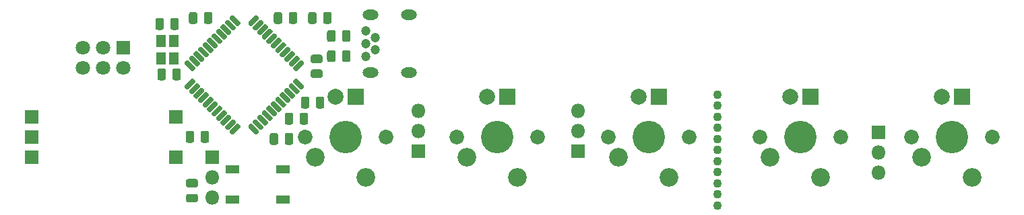
<source format=gbr>
%TF.GenerationSoftware,KiCad,Pcbnew,(5.1.6)-1*%
%TF.CreationDate,2021-04-28T13:43:36-05:00*%
%TF.ProjectId,Pikatea Macropad GB3,50696b61-7465-4612-904d-6163726f7061,rev?*%
%TF.SameCoordinates,Original*%
%TF.FileFunction,Soldermask,Top*%
%TF.FilePolarity,Negative*%
%FSLAX46Y46*%
G04 Gerber Fmt 4.6, Leading zero omitted, Abs format (unit mm)*
G04 Created by KiCad (PCBNEW (5.1.6)-1) date 2021-04-28 13:43:36*
%MOMM*%
%LPD*%
G01*
G04 APERTURE LIST*
%ADD10C,1.800000*%
%ADD11R,1.800000X1.800000*%
%ADD12O,1.800000X1.800000*%
%ADD13C,1.100000*%
%ADD14R,1.800000X1.100000*%
%ADD15C,1.850000*%
%ADD16R,2.005000X2.005000*%
%ADD17C,2.005000*%
%ADD18C,2.350000*%
%ADD19C,4.087800*%
%ADD20O,2.000000X1.300000*%
%ADD21C,1.200000*%
%ADD22R,1.300000X1.500000*%
G04 APERTURE END LIST*
D10*
%TO.C,J1*%
X97810000Y-96240000D03*
X97810000Y-93700000D03*
X100350000Y-96240000D03*
X100350000Y-93700000D03*
X102890000Y-96240000D03*
D11*
X102890000Y-93700000D03*
%TD*%
D12*
%TO.C,J7*%
X160000000Y-101620000D03*
X160000000Y-104160000D03*
D11*
X160000000Y-106700000D03*
%TD*%
D12*
%TO.C,J3*%
X140000000Y-101620000D03*
X140000000Y-104160000D03*
D11*
X140000000Y-106700000D03*
%TD*%
D13*
%TO.C,J6*%
X177580000Y-113550000D03*
X177580000Y-112150000D03*
X177580000Y-110750000D03*
X177580000Y-109350000D03*
X177580000Y-107950000D03*
X177580000Y-103750000D03*
X177580000Y-105150000D03*
X177580000Y-106550000D03*
X177580000Y-102350000D03*
X177580000Y-100950000D03*
X177580000Y-99550000D03*
%TD*%
D14*
%TO.C,SW1*%
X122936000Y-112766000D03*
X116636000Y-112766000D03*
X122936000Y-108966000D03*
X116636000Y-108966000D03*
%TD*%
D15*
%TO.C,MX5*%
X212130000Y-104920000D03*
X201970000Y-104920000D03*
D16*
X208320000Y-99840000D03*
D17*
X205780000Y-99840000D03*
D18*
X203240000Y-107460000D03*
D19*
X207050000Y-104920000D03*
D18*
X209590000Y-110000000D03*
%TD*%
D15*
%TO.C,MX4*%
X193080000Y-104920000D03*
X182920000Y-104920000D03*
D16*
X189270000Y-99840000D03*
D17*
X186730000Y-99840000D03*
D18*
X184190000Y-107460000D03*
D19*
X188000000Y-104920000D03*
D18*
X190540000Y-110000000D03*
%TD*%
D15*
%TO.C,MX3*%
X174030000Y-104920000D03*
X163870000Y-104920000D03*
D16*
X170220000Y-99840000D03*
D17*
X167680000Y-99840000D03*
D18*
X165140000Y-107460000D03*
D19*
X168950000Y-104920000D03*
D18*
X171490000Y-110000000D03*
%TD*%
D15*
%TO.C,MX2*%
X154980000Y-104920000D03*
X144820000Y-104920000D03*
D16*
X151170000Y-99840000D03*
D17*
X148630000Y-99840000D03*
D18*
X146090000Y-107460000D03*
D19*
X149900000Y-104920000D03*
D18*
X152440000Y-110000000D03*
%TD*%
D15*
%TO.C,MX1*%
X135930000Y-104920000D03*
X125770000Y-104920000D03*
D16*
X132120000Y-99840000D03*
D17*
X129580000Y-99840000D03*
D18*
X127040000Y-107460000D03*
D19*
X130850000Y-104920000D03*
D18*
X133390000Y-110000000D03*
%TD*%
D20*
%TO.C,J2*%
X133960000Y-89510000D03*
X133960000Y-96810000D03*
D21*
X133360000Y-94760000D03*
X134560000Y-93960000D03*
X133360000Y-93160000D03*
X134560000Y-92360000D03*
X133360000Y-91560000D03*
D20*
X138780000Y-96810000D03*
X138780000Y-89510000D03*
%TD*%
D22*
%TO.C,X1*%
X107620000Y-94996000D03*
X107620000Y-92796000D03*
X109220000Y-92796000D03*
X109220000Y-94996000D03*
%TD*%
%TO.C,R5*%
G36*
G01*
X129562500Y-94248750D02*
X129562500Y-95211250D01*
G75*
G02*
X129293750Y-95480000I-268750J0D01*
G01*
X128756250Y-95480000D01*
G75*
G02*
X128487500Y-95211250I0J268750D01*
G01*
X128487500Y-94248750D01*
G75*
G02*
X128756250Y-93980000I268750J0D01*
G01*
X129293750Y-93980000D01*
G75*
G02*
X129562500Y-94248750I0J-268750D01*
G01*
G37*
G36*
G01*
X131437500Y-94248750D02*
X131437500Y-95211250D01*
G75*
G02*
X131168750Y-95480000I-268750J0D01*
G01*
X130631250Y-95480000D01*
G75*
G02*
X130362500Y-95211250I0J268750D01*
G01*
X130362500Y-94248750D01*
G75*
G02*
X130631250Y-93980000I268750J0D01*
G01*
X131168750Y-93980000D01*
G75*
G02*
X131437500Y-94248750I0J-268750D01*
G01*
G37*
%TD*%
%TO.C,R4*%
G36*
G01*
X129562500Y-91708750D02*
X129562500Y-92671250D01*
G75*
G02*
X129293750Y-92940000I-268750J0D01*
G01*
X128756250Y-92940000D01*
G75*
G02*
X128487500Y-92671250I0J268750D01*
G01*
X128487500Y-91708750D01*
G75*
G02*
X128756250Y-91440000I268750J0D01*
G01*
X129293750Y-91440000D01*
G75*
G02*
X129562500Y-91708750I0J-268750D01*
G01*
G37*
G36*
G01*
X131437500Y-91708750D02*
X131437500Y-92671250D01*
G75*
G02*
X131168750Y-92940000I-268750J0D01*
G01*
X130631250Y-92940000D01*
G75*
G02*
X130362500Y-92671250I0J268750D01*
G01*
X130362500Y-91708750D01*
G75*
G02*
X130631250Y-91440000I268750J0D01*
G01*
X131168750Y-91440000D01*
G75*
G02*
X131437500Y-91708750I0J-268750D01*
G01*
G37*
%TD*%
%TO.C,R3*%
G36*
G01*
X111024750Y-112081500D02*
X111987250Y-112081500D01*
G75*
G02*
X112256000Y-112350250I0J-268750D01*
G01*
X112256000Y-112887750D01*
G75*
G02*
X111987250Y-113156500I-268750J0D01*
G01*
X111024750Y-113156500D01*
G75*
G02*
X110756000Y-112887750I0J268750D01*
G01*
X110756000Y-112350250D01*
G75*
G02*
X111024750Y-112081500I268750J0D01*
G01*
G37*
G36*
G01*
X111024750Y-110206500D02*
X111987250Y-110206500D01*
G75*
G02*
X112256000Y-110475250I0J-268750D01*
G01*
X112256000Y-111012750D01*
G75*
G02*
X111987250Y-111281500I-268750J0D01*
G01*
X111024750Y-111281500D01*
G75*
G02*
X110756000Y-111012750I0J268750D01*
G01*
X110756000Y-110475250D01*
G75*
G02*
X111024750Y-110206500I268750J0D01*
G01*
G37*
%TD*%
D12*
%TO.C,J4*%
X114046000Y-112522000D03*
X114046000Y-109982000D03*
D11*
X114046000Y-107442000D03*
%TD*%
%TO.C,C10*%
G36*
G01*
X125035500Y-103097250D02*
X125035500Y-102134750D01*
G75*
G02*
X125304250Y-101866000I268750J0D01*
G01*
X125841750Y-101866000D01*
G75*
G02*
X126110500Y-102134750I0J-268750D01*
G01*
X126110500Y-103097250D01*
G75*
G02*
X125841750Y-103366000I-268750J0D01*
G01*
X125304250Y-103366000D01*
G75*
G02*
X125035500Y-103097250I0J268750D01*
G01*
G37*
G36*
G01*
X123160500Y-103097250D02*
X123160500Y-102134750D01*
G75*
G02*
X123429250Y-101866000I268750J0D01*
G01*
X123966750Y-101866000D01*
G75*
G02*
X124235500Y-102134750I0J-268750D01*
G01*
X124235500Y-103097250D01*
G75*
G02*
X123966750Y-103366000I-268750J0D01*
G01*
X123429250Y-103366000D01*
G75*
G02*
X123160500Y-103097250I0J268750D01*
G01*
G37*
%TD*%
%TO.C,C9*%
G36*
G01*
X127986500Y-90397250D02*
X127986500Y-89434750D01*
G75*
G02*
X128255250Y-89166000I268750J0D01*
G01*
X128792750Y-89166000D01*
G75*
G02*
X129061500Y-89434750I0J-268750D01*
G01*
X129061500Y-90397250D01*
G75*
G02*
X128792750Y-90666000I-268750J0D01*
G01*
X128255250Y-90666000D01*
G75*
G02*
X127986500Y-90397250I0J268750D01*
G01*
G37*
G36*
G01*
X126111500Y-90397250D02*
X126111500Y-89434750D01*
G75*
G02*
X126380250Y-89166000I268750J0D01*
G01*
X126917750Y-89166000D01*
G75*
G02*
X127186500Y-89434750I0J-268750D01*
G01*
X127186500Y-90397250D01*
G75*
G02*
X126917750Y-90666000I-268750J0D01*
G01*
X126380250Y-90666000D01*
G75*
G02*
X126111500Y-90397250I0J268750D01*
G01*
G37*
%TD*%
%TO.C,C8*%
G36*
G01*
X108779500Y-91159250D02*
X108779500Y-90196750D01*
G75*
G02*
X109048250Y-89928000I268750J0D01*
G01*
X109585750Y-89928000D01*
G75*
G02*
X109854500Y-90196750I0J-268750D01*
G01*
X109854500Y-91159250D01*
G75*
G02*
X109585750Y-91428000I-268750J0D01*
G01*
X109048250Y-91428000D01*
G75*
G02*
X108779500Y-91159250I0J268750D01*
G01*
G37*
G36*
G01*
X106904500Y-91159250D02*
X106904500Y-90196750D01*
G75*
G02*
X107173250Y-89928000I268750J0D01*
G01*
X107710750Y-89928000D01*
G75*
G02*
X107979500Y-90196750I0J-268750D01*
G01*
X107979500Y-91159250D01*
G75*
G02*
X107710750Y-91428000I-268750J0D01*
G01*
X107173250Y-91428000D01*
G75*
G02*
X106904500Y-91159250I0J268750D01*
G01*
G37*
%TD*%
%TO.C,C7*%
G36*
G01*
X108233500Y-96546750D02*
X108233500Y-97509250D01*
G75*
G02*
X107964750Y-97778000I-268750J0D01*
G01*
X107427250Y-97778000D01*
G75*
G02*
X107158500Y-97509250I0J268750D01*
G01*
X107158500Y-96546750D01*
G75*
G02*
X107427250Y-96278000I268750J0D01*
G01*
X107964750Y-96278000D01*
G75*
G02*
X108233500Y-96546750I0J-268750D01*
G01*
G37*
G36*
G01*
X110108500Y-96546750D02*
X110108500Y-97509250D01*
G75*
G02*
X109839750Y-97778000I-268750J0D01*
G01*
X109302250Y-97778000D01*
G75*
G02*
X109033500Y-97509250I0J268750D01*
G01*
X109033500Y-96546750D01*
G75*
G02*
X109302250Y-96278000I268750J0D01*
G01*
X109839750Y-96278000D01*
G75*
G02*
X110108500Y-96546750I0J-268750D01*
G01*
G37*
%TD*%
%TO.C,C6*%
G36*
G01*
X126698750Y-96407500D02*
X127661250Y-96407500D01*
G75*
G02*
X127930000Y-96676250I0J-268750D01*
G01*
X127930000Y-97213750D01*
G75*
G02*
X127661250Y-97482500I-268750J0D01*
G01*
X126698750Y-97482500D01*
G75*
G02*
X126430000Y-97213750I0J268750D01*
G01*
X126430000Y-96676250D01*
G75*
G02*
X126698750Y-96407500I268750J0D01*
G01*
G37*
G36*
G01*
X126698750Y-94532500D02*
X127661250Y-94532500D01*
G75*
G02*
X127930000Y-94801250I0J-268750D01*
G01*
X127930000Y-95338750D01*
G75*
G02*
X127661250Y-95607500I-268750J0D01*
G01*
X126698750Y-95607500D01*
G75*
G02*
X126430000Y-95338750I0J268750D01*
G01*
X126430000Y-94801250D01*
G75*
G02*
X126698750Y-94532500I268750J0D01*
G01*
G37*
%TD*%
%TO.C,C5*%
G36*
G01*
X123160500Y-105637250D02*
X123160500Y-104674750D01*
G75*
G02*
X123429250Y-104406000I268750J0D01*
G01*
X123966750Y-104406000D01*
G75*
G02*
X124235500Y-104674750I0J-268750D01*
G01*
X124235500Y-105637250D01*
G75*
G02*
X123966750Y-105906000I-268750J0D01*
G01*
X123429250Y-105906000D01*
G75*
G02*
X123160500Y-105637250I0J268750D01*
G01*
G37*
G36*
G01*
X121285500Y-105637250D02*
X121285500Y-104674750D01*
G75*
G02*
X121554250Y-104406000I268750J0D01*
G01*
X122091750Y-104406000D01*
G75*
G02*
X122360500Y-104674750I0J-268750D01*
G01*
X122360500Y-105637250D01*
G75*
G02*
X122091750Y-105906000I-268750J0D01*
G01*
X121554250Y-105906000D01*
G75*
G02*
X121285500Y-105637250I0J268750D01*
G01*
G37*
%TD*%
%TO.C,C4*%
G36*
G01*
X127067500Y-101065250D02*
X127067500Y-100102750D01*
G75*
G02*
X127336250Y-99834000I268750J0D01*
G01*
X127873750Y-99834000D01*
G75*
G02*
X128142500Y-100102750I0J-268750D01*
G01*
X128142500Y-101065250D01*
G75*
G02*
X127873750Y-101334000I-268750J0D01*
G01*
X127336250Y-101334000D01*
G75*
G02*
X127067500Y-101065250I0J268750D01*
G01*
G37*
G36*
G01*
X125192500Y-101065250D02*
X125192500Y-100102750D01*
G75*
G02*
X125461250Y-99834000I268750J0D01*
G01*
X125998750Y-99834000D01*
G75*
G02*
X126267500Y-100102750I0J-268750D01*
G01*
X126267500Y-101065250D01*
G75*
G02*
X125998750Y-101334000I-268750J0D01*
G01*
X125461250Y-101334000D01*
G75*
G02*
X125192500Y-101065250I0J268750D01*
G01*
G37*
%TD*%
%TO.C,C3*%
G36*
G01*
X111789500Y-104420750D02*
X111789500Y-105383250D01*
G75*
G02*
X111520750Y-105652000I-268750J0D01*
G01*
X110983250Y-105652000D01*
G75*
G02*
X110714500Y-105383250I0J268750D01*
G01*
X110714500Y-104420750D01*
G75*
G02*
X110983250Y-104152000I268750J0D01*
G01*
X111520750Y-104152000D01*
G75*
G02*
X111789500Y-104420750I0J-268750D01*
G01*
G37*
G36*
G01*
X113664500Y-104420750D02*
X113664500Y-105383250D01*
G75*
G02*
X113395750Y-105652000I-268750J0D01*
G01*
X112858250Y-105652000D01*
G75*
G02*
X112589500Y-105383250I0J268750D01*
G01*
X112589500Y-104420750D01*
G75*
G02*
X112858250Y-104152000I268750J0D01*
G01*
X113395750Y-104152000D01*
G75*
G02*
X113664500Y-104420750I0J-268750D01*
G01*
G37*
%TD*%
%TO.C,C2*%
G36*
G01*
X123668500Y-90397250D02*
X123668500Y-89434750D01*
G75*
G02*
X123937250Y-89166000I268750J0D01*
G01*
X124474750Y-89166000D01*
G75*
G02*
X124743500Y-89434750I0J-268750D01*
G01*
X124743500Y-90397250D01*
G75*
G02*
X124474750Y-90666000I-268750J0D01*
G01*
X123937250Y-90666000D01*
G75*
G02*
X123668500Y-90397250I0J268750D01*
G01*
G37*
G36*
G01*
X121793500Y-90397250D02*
X121793500Y-89434750D01*
G75*
G02*
X122062250Y-89166000I268750J0D01*
G01*
X122599750Y-89166000D01*
G75*
G02*
X122868500Y-89434750I0J-268750D01*
G01*
X122868500Y-90397250D01*
G75*
G02*
X122599750Y-90666000I-268750J0D01*
G01*
X122062250Y-90666000D01*
G75*
G02*
X121793500Y-90397250I0J268750D01*
G01*
G37*
%TD*%
%TO.C,C1*%
G36*
G01*
X112200500Y-89434750D02*
X112200500Y-90397250D01*
G75*
G02*
X111931750Y-90666000I-268750J0D01*
G01*
X111394250Y-90666000D01*
G75*
G02*
X111125500Y-90397250I0J268750D01*
G01*
X111125500Y-89434750D01*
G75*
G02*
X111394250Y-89166000I268750J0D01*
G01*
X111931750Y-89166000D01*
G75*
G02*
X112200500Y-89434750I0J-268750D01*
G01*
G37*
G36*
G01*
X114075500Y-89434750D02*
X114075500Y-90397250D01*
G75*
G02*
X113806750Y-90666000I-268750J0D01*
G01*
X113269250Y-90666000D01*
G75*
G02*
X113000500Y-90397250I0J268750D01*
G01*
X113000500Y-89434750D01*
G75*
G02*
X113269250Y-89166000I268750J0D01*
G01*
X113806750Y-89166000D01*
G75*
G02*
X114075500Y-89434750I0J-268750D01*
G01*
G37*
%TD*%
D12*
%TO.C,J5*%
X197760000Y-109390000D03*
X197760000Y-106850000D03*
D11*
X197760000Y-104310000D03*
%TD*%
%TO.C,SW2*%
X109450000Y-102360000D03*
X109450000Y-107440000D03*
X91350000Y-104900000D03*
X91350000Y-102360000D03*
X91350000Y-107440000D03*
%TD*%
%TO.C,U1*%
G36*
G01*
X124710287Y-97593814D02*
X125594171Y-98477697D01*
G75*
G02*
X125594171Y-98707507I-114905J-114905D01*
G01*
X125364361Y-98937317D01*
G75*
G02*
X125134551Y-98937317I-114905J114905D01*
G01*
X124250667Y-98053433D01*
G75*
G02*
X124250667Y-97823623I114905J114905D01*
G01*
X124480477Y-97593813D01*
G75*
G02*
X124710287Y-97593813I114905J-114905D01*
G01*
G37*
G36*
G01*
X124144602Y-98159499D02*
X125028486Y-99043382D01*
G75*
G02*
X125028486Y-99273192I-114905J-114905D01*
G01*
X124798676Y-99503002D01*
G75*
G02*
X124568866Y-99503002I-114905J114905D01*
G01*
X123684982Y-98619118D01*
G75*
G02*
X123684982Y-98389308I114905J114905D01*
G01*
X123914792Y-98159498D01*
G75*
G02*
X124144602Y-98159498I114905J-114905D01*
G01*
G37*
G36*
G01*
X123578916Y-98725185D02*
X124462800Y-99609068D01*
G75*
G02*
X124462800Y-99838878I-114905J-114905D01*
G01*
X124232990Y-100068688D01*
G75*
G02*
X124003180Y-100068688I-114905J114905D01*
G01*
X123119296Y-99184804D01*
G75*
G02*
X123119296Y-98954994I114905J114905D01*
G01*
X123349106Y-98725184D01*
G75*
G02*
X123578916Y-98725184I114905J-114905D01*
G01*
G37*
G36*
G01*
X123013231Y-99290870D02*
X123897115Y-100174753D01*
G75*
G02*
X123897115Y-100404563I-114905J-114905D01*
G01*
X123667305Y-100634373D01*
G75*
G02*
X123437495Y-100634373I-114905J114905D01*
G01*
X122553611Y-99750489D01*
G75*
G02*
X122553611Y-99520679I114905J114905D01*
G01*
X122783421Y-99290869D01*
G75*
G02*
X123013231Y-99290869I114905J-114905D01*
G01*
G37*
G36*
G01*
X122447546Y-99856556D02*
X123331430Y-100740439D01*
G75*
G02*
X123331430Y-100970249I-114905J-114905D01*
G01*
X123101620Y-101200059D01*
G75*
G02*
X122871810Y-101200059I-114905J114905D01*
G01*
X121987926Y-100316175D01*
G75*
G02*
X121987926Y-100086365I114905J114905D01*
G01*
X122217736Y-99856555D01*
G75*
G02*
X122447546Y-99856555I114905J-114905D01*
G01*
G37*
G36*
G01*
X121881860Y-100422241D02*
X122765744Y-101306124D01*
G75*
G02*
X122765744Y-101535934I-114905J-114905D01*
G01*
X122535934Y-101765744D01*
G75*
G02*
X122306124Y-101765744I-114905J114905D01*
G01*
X121422240Y-100881860D01*
G75*
G02*
X121422240Y-100652050I114905J114905D01*
G01*
X121652050Y-100422240D01*
G75*
G02*
X121881860Y-100422240I114905J-114905D01*
G01*
G37*
G36*
G01*
X121316175Y-100987927D02*
X122200059Y-101871810D01*
G75*
G02*
X122200059Y-102101620I-114905J-114905D01*
G01*
X121970249Y-102331430D01*
G75*
G02*
X121740439Y-102331430I-114905J114905D01*
G01*
X120856555Y-101447546D01*
G75*
G02*
X120856555Y-101217736I114905J114905D01*
G01*
X121086365Y-100987926D01*
G75*
G02*
X121316175Y-100987926I114905J-114905D01*
G01*
G37*
G36*
G01*
X120750489Y-101553612D02*
X121634373Y-102437495D01*
G75*
G02*
X121634373Y-102667305I-114905J-114905D01*
G01*
X121404563Y-102897115D01*
G75*
G02*
X121174753Y-102897115I-114905J114905D01*
G01*
X120290869Y-102013231D01*
G75*
G02*
X120290869Y-101783421I114905J114905D01*
G01*
X120520679Y-101553611D01*
G75*
G02*
X120750489Y-101553611I114905J-114905D01*
G01*
G37*
G36*
G01*
X120184804Y-102119297D02*
X121068688Y-103003180D01*
G75*
G02*
X121068688Y-103232990I-114905J-114905D01*
G01*
X120838878Y-103462800D01*
G75*
G02*
X120609068Y-103462800I-114905J114905D01*
G01*
X119725184Y-102578916D01*
G75*
G02*
X119725184Y-102349106I114905J114905D01*
G01*
X119954994Y-102119296D01*
G75*
G02*
X120184804Y-102119296I114905J-114905D01*
G01*
G37*
G36*
G01*
X119619118Y-102684983D02*
X120503002Y-103568866D01*
G75*
G02*
X120503002Y-103798676I-114905J-114905D01*
G01*
X120273192Y-104028486D01*
G75*
G02*
X120043382Y-104028486I-114905J114905D01*
G01*
X119159498Y-103144602D01*
G75*
G02*
X119159498Y-102914792I114905J114905D01*
G01*
X119389308Y-102684982D01*
G75*
G02*
X119619118Y-102684982I114905J-114905D01*
G01*
G37*
G36*
G01*
X119053433Y-103250668D02*
X119937317Y-104134551D01*
G75*
G02*
X119937317Y-104364361I-114905J-114905D01*
G01*
X119707507Y-104594171D01*
G75*
G02*
X119477697Y-104594171I-114905J114905D01*
G01*
X118593813Y-103710287D01*
G75*
G02*
X118593813Y-103480477I114905J114905D01*
G01*
X118823623Y-103250667D01*
G75*
G02*
X119053433Y-103250667I114905J-114905D01*
G01*
G37*
G36*
G01*
X117356377Y-103250668D02*
X117586187Y-103480477D01*
G75*
G02*
X117586187Y-103710287I-114905J-114905D01*
G01*
X116702303Y-104594171D01*
G75*
G02*
X116472493Y-104594171I-114905J114905D01*
G01*
X116242683Y-104364361D01*
G75*
G02*
X116242683Y-104134551I114905J114905D01*
G01*
X117126567Y-103250667D01*
G75*
G02*
X117356377Y-103250667I114905J-114905D01*
G01*
G37*
G36*
G01*
X116790692Y-102684983D02*
X117020502Y-102914792D01*
G75*
G02*
X117020502Y-103144602I-114905J-114905D01*
G01*
X116136618Y-104028486D01*
G75*
G02*
X115906808Y-104028486I-114905J114905D01*
G01*
X115676998Y-103798676D01*
G75*
G02*
X115676998Y-103568866I114905J114905D01*
G01*
X116560882Y-102684982D01*
G75*
G02*
X116790692Y-102684982I114905J-114905D01*
G01*
G37*
G36*
G01*
X116225006Y-102119297D02*
X116454816Y-102349106D01*
G75*
G02*
X116454816Y-102578916I-114905J-114905D01*
G01*
X115570932Y-103462800D01*
G75*
G02*
X115341122Y-103462800I-114905J114905D01*
G01*
X115111312Y-103232990D01*
G75*
G02*
X115111312Y-103003180I114905J114905D01*
G01*
X115995196Y-102119296D01*
G75*
G02*
X116225006Y-102119296I114905J-114905D01*
G01*
G37*
G36*
G01*
X115659321Y-101553612D02*
X115889131Y-101783421D01*
G75*
G02*
X115889131Y-102013231I-114905J-114905D01*
G01*
X115005247Y-102897115D01*
G75*
G02*
X114775437Y-102897115I-114905J114905D01*
G01*
X114545627Y-102667305D01*
G75*
G02*
X114545627Y-102437495I114905J114905D01*
G01*
X115429511Y-101553611D01*
G75*
G02*
X115659321Y-101553611I114905J-114905D01*
G01*
G37*
G36*
G01*
X115093635Y-100987927D02*
X115323445Y-101217736D01*
G75*
G02*
X115323445Y-101447546I-114905J-114905D01*
G01*
X114439561Y-102331430D01*
G75*
G02*
X114209751Y-102331430I-114905J114905D01*
G01*
X113979941Y-102101620D01*
G75*
G02*
X113979941Y-101871810I114905J114905D01*
G01*
X114863825Y-100987926D01*
G75*
G02*
X115093635Y-100987926I114905J-114905D01*
G01*
G37*
G36*
G01*
X114527950Y-100422241D02*
X114757760Y-100652050D01*
G75*
G02*
X114757760Y-100881860I-114905J-114905D01*
G01*
X113873876Y-101765744D01*
G75*
G02*
X113644066Y-101765744I-114905J114905D01*
G01*
X113414256Y-101535934D01*
G75*
G02*
X113414256Y-101306124I114905J114905D01*
G01*
X114298140Y-100422240D01*
G75*
G02*
X114527950Y-100422240I114905J-114905D01*
G01*
G37*
G36*
G01*
X113962264Y-99856556D02*
X114192074Y-100086365D01*
G75*
G02*
X114192074Y-100316175I-114905J-114905D01*
G01*
X113308190Y-101200059D01*
G75*
G02*
X113078380Y-101200059I-114905J114905D01*
G01*
X112848570Y-100970249D01*
G75*
G02*
X112848570Y-100740439I114905J114905D01*
G01*
X113732454Y-99856555D01*
G75*
G02*
X113962264Y-99856555I114905J-114905D01*
G01*
G37*
G36*
G01*
X113396579Y-99290870D02*
X113626389Y-99520679D01*
G75*
G02*
X113626389Y-99750489I-114905J-114905D01*
G01*
X112742505Y-100634373D01*
G75*
G02*
X112512695Y-100634373I-114905J114905D01*
G01*
X112282885Y-100404563D01*
G75*
G02*
X112282885Y-100174753I114905J114905D01*
G01*
X113166769Y-99290869D01*
G75*
G02*
X113396579Y-99290869I114905J-114905D01*
G01*
G37*
G36*
G01*
X112830894Y-98725185D02*
X113060704Y-98954994D01*
G75*
G02*
X113060704Y-99184804I-114905J-114905D01*
G01*
X112176820Y-100068688D01*
G75*
G02*
X111947010Y-100068688I-114905J114905D01*
G01*
X111717200Y-99838878D01*
G75*
G02*
X111717200Y-99609068I114905J114905D01*
G01*
X112601084Y-98725184D01*
G75*
G02*
X112830894Y-98725184I114905J-114905D01*
G01*
G37*
G36*
G01*
X112265208Y-98159499D02*
X112495018Y-98389308D01*
G75*
G02*
X112495018Y-98619118I-114905J-114905D01*
G01*
X111611134Y-99503002D01*
G75*
G02*
X111381324Y-99503002I-114905J114905D01*
G01*
X111151514Y-99273192D01*
G75*
G02*
X111151514Y-99043382I114905J114905D01*
G01*
X112035398Y-98159498D01*
G75*
G02*
X112265208Y-98159498I114905J-114905D01*
G01*
G37*
G36*
G01*
X111699523Y-97593814D02*
X111929333Y-97823623D01*
G75*
G02*
X111929333Y-98053433I-114905J-114905D01*
G01*
X111045449Y-98937317D01*
G75*
G02*
X110815639Y-98937317I-114905J114905D01*
G01*
X110585829Y-98707507D01*
G75*
G02*
X110585829Y-98477697I114905J114905D01*
G01*
X111469713Y-97593813D01*
G75*
G02*
X111699523Y-97593813I114905J-114905D01*
G01*
G37*
G36*
G01*
X111045449Y-95242684D02*
X111929333Y-96126567D01*
G75*
G02*
X111929333Y-96356377I-114905J-114905D01*
G01*
X111699523Y-96586187D01*
G75*
G02*
X111469713Y-96586187I-114905J114905D01*
G01*
X110585829Y-95702303D01*
G75*
G02*
X110585829Y-95472493I114905J114905D01*
G01*
X110815639Y-95242683D01*
G75*
G02*
X111045449Y-95242683I114905J-114905D01*
G01*
G37*
G36*
G01*
X111611134Y-94676999D02*
X112495018Y-95560882D01*
G75*
G02*
X112495018Y-95790692I-114905J-114905D01*
G01*
X112265208Y-96020502D01*
G75*
G02*
X112035398Y-96020502I-114905J114905D01*
G01*
X111151514Y-95136618D01*
G75*
G02*
X111151514Y-94906808I114905J114905D01*
G01*
X111381324Y-94676998D01*
G75*
G02*
X111611134Y-94676998I114905J-114905D01*
G01*
G37*
G36*
G01*
X112176820Y-94111313D02*
X113060704Y-94995196D01*
G75*
G02*
X113060704Y-95225006I-114905J-114905D01*
G01*
X112830894Y-95454816D01*
G75*
G02*
X112601084Y-95454816I-114905J114905D01*
G01*
X111717200Y-94570932D01*
G75*
G02*
X111717200Y-94341122I114905J114905D01*
G01*
X111947010Y-94111312D01*
G75*
G02*
X112176820Y-94111312I114905J-114905D01*
G01*
G37*
G36*
G01*
X112742505Y-93545628D02*
X113626389Y-94429511D01*
G75*
G02*
X113626389Y-94659321I-114905J-114905D01*
G01*
X113396579Y-94889131D01*
G75*
G02*
X113166769Y-94889131I-114905J114905D01*
G01*
X112282885Y-94005247D01*
G75*
G02*
X112282885Y-93775437I114905J114905D01*
G01*
X112512695Y-93545627D01*
G75*
G02*
X112742505Y-93545627I114905J-114905D01*
G01*
G37*
G36*
G01*
X113308190Y-92979942D02*
X114192074Y-93863825D01*
G75*
G02*
X114192074Y-94093635I-114905J-114905D01*
G01*
X113962264Y-94323445D01*
G75*
G02*
X113732454Y-94323445I-114905J114905D01*
G01*
X112848570Y-93439561D01*
G75*
G02*
X112848570Y-93209751I114905J114905D01*
G01*
X113078380Y-92979941D01*
G75*
G02*
X113308190Y-92979941I114905J-114905D01*
G01*
G37*
G36*
G01*
X113873876Y-92414257D02*
X114757760Y-93298140D01*
G75*
G02*
X114757760Y-93527950I-114905J-114905D01*
G01*
X114527950Y-93757760D01*
G75*
G02*
X114298140Y-93757760I-114905J114905D01*
G01*
X113414256Y-92873876D01*
G75*
G02*
X113414256Y-92644066I114905J114905D01*
G01*
X113644066Y-92414256D01*
G75*
G02*
X113873876Y-92414256I114905J-114905D01*
G01*
G37*
G36*
G01*
X114439561Y-91848571D02*
X115323445Y-92732454D01*
G75*
G02*
X115323445Y-92962264I-114905J-114905D01*
G01*
X115093635Y-93192074D01*
G75*
G02*
X114863825Y-93192074I-114905J114905D01*
G01*
X113979941Y-92308190D01*
G75*
G02*
X113979941Y-92078380I114905J114905D01*
G01*
X114209751Y-91848570D01*
G75*
G02*
X114439561Y-91848570I114905J-114905D01*
G01*
G37*
G36*
G01*
X115005247Y-91282886D02*
X115889131Y-92166769D01*
G75*
G02*
X115889131Y-92396579I-114905J-114905D01*
G01*
X115659321Y-92626389D01*
G75*
G02*
X115429511Y-92626389I-114905J114905D01*
G01*
X114545627Y-91742505D01*
G75*
G02*
X114545627Y-91512695I114905J114905D01*
G01*
X114775437Y-91282885D01*
G75*
G02*
X115005247Y-91282885I114905J-114905D01*
G01*
G37*
G36*
G01*
X115570932Y-90717201D02*
X116454816Y-91601084D01*
G75*
G02*
X116454816Y-91830894I-114905J-114905D01*
G01*
X116225006Y-92060704D01*
G75*
G02*
X115995196Y-92060704I-114905J114905D01*
G01*
X115111312Y-91176820D01*
G75*
G02*
X115111312Y-90947010I114905J114905D01*
G01*
X115341122Y-90717200D01*
G75*
G02*
X115570932Y-90717200I114905J-114905D01*
G01*
G37*
G36*
G01*
X116136618Y-90151515D02*
X117020502Y-91035398D01*
G75*
G02*
X117020502Y-91265208I-114905J-114905D01*
G01*
X116790692Y-91495018D01*
G75*
G02*
X116560882Y-91495018I-114905J114905D01*
G01*
X115676998Y-90611134D01*
G75*
G02*
X115676998Y-90381324I114905J114905D01*
G01*
X115906808Y-90151514D01*
G75*
G02*
X116136618Y-90151514I114905J-114905D01*
G01*
G37*
G36*
G01*
X116702303Y-89585830D02*
X117586187Y-90469713D01*
G75*
G02*
X117586187Y-90699523I-114905J-114905D01*
G01*
X117356377Y-90929333D01*
G75*
G02*
X117126567Y-90929333I-114905J114905D01*
G01*
X116242683Y-90045449D01*
G75*
G02*
X116242683Y-89815639I114905J114905D01*
G01*
X116472493Y-89585829D01*
G75*
G02*
X116702303Y-89585829I114905J-114905D01*
G01*
G37*
G36*
G01*
X119707507Y-89585830D02*
X119937317Y-89815639D01*
G75*
G02*
X119937317Y-90045449I-114905J-114905D01*
G01*
X119053433Y-90929333D01*
G75*
G02*
X118823623Y-90929333I-114905J114905D01*
G01*
X118593813Y-90699523D01*
G75*
G02*
X118593813Y-90469713I114905J114905D01*
G01*
X119477697Y-89585829D01*
G75*
G02*
X119707507Y-89585829I114905J-114905D01*
G01*
G37*
G36*
G01*
X120273192Y-90151515D02*
X120503002Y-90381324D01*
G75*
G02*
X120503002Y-90611134I-114905J-114905D01*
G01*
X119619118Y-91495018D01*
G75*
G02*
X119389308Y-91495018I-114905J114905D01*
G01*
X119159498Y-91265208D01*
G75*
G02*
X119159498Y-91035398I114905J114905D01*
G01*
X120043382Y-90151514D01*
G75*
G02*
X120273192Y-90151514I114905J-114905D01*
G01*
G37*
G36*
G01*
X120838878Y-90717201D02*
X121068688Y-90947010D01*
G75*
G02*
X121068688Y-91176820I-114905J-114905D01*
G01*
X120184804Y-92060704D01*
G75*
G02*
X119954994Y-92060704I-114905J114905D01*
G01*
X119725184Y-91830894D01*
G75*
G02*
X119725184Y-91601084I114905J114905D01*
G01*
X120609068Y-90717200D01*
G75*
G02*
X120838878Y-90717200I114905J-114905D01*
G01*
G37*
G36*
G01*
X121404563Y-91282886D02*
X121634373Y-91512695D01*
G75*
G02*
X121634373Y-91742505I-114905J-114905D01*
G01*
X120750489Y-92626389D01*
G75*
G02*
X120520679Y-92626389I-114905J114905D01*
G01*
X120290869Y-92396579D01*
G75*
G02*
X120290869Y-92166769I114905J114905D01*
G01*
X121174753Y-91282885D01*
G75*
G02*
X121404563Y-91282885I114905J-114905D01*
G01*
G37*
G36*
G01*
X121970249Y-91848571D02*
X122200059Y-92078380D01*
G75*
G02*
X122200059Y-92308190I-114905J-114905D01*
G01*
X121316175Y-93192074D01*
G75*
G02*
X121086365Y-93192074I-114905J114905D01*
G01*
X120856555Y-92962264D01*
G75*
G02*
X120856555Y-92732454I114905J114905D01*
G01*
X121740439Y-91848570D01*
G75*
G02*
X121970249Y-91848570I114905J-114905D01*
G01*
G37*
G36*
G01*
X122535934Y-92414257D02*
X122765744Y-92644066D01*
G75*
G02*
X122765744Y-92873876I-114905J-114905D01*
G01*
X121881860Y-93757760D01*
G75*
G02*
X121652050Y-93757760I-114905J114905D01*
G01*
X121422240Y-93527950D01*
G75*
G02*
X121422240Y-93298140I114905J114905D01*
G01*
X122306124Y-92414256D01*
G75*
G02*
X122535934Y-92414256I114905J-114905D01*
G01*
G37*
G36*
G01*
X123101620Y-92979942D02*
X123331430Y-93209751D01*
G75*
G02*
X123331430Y-93439561I-114905J-114905D01*
G01*
X122447546Y-94323445D01*
G75*
G02*
X122217736Y-94323445I-114905J114905D01*
G01*
X121987926Y-94093635D01*
G75*
G02*
X121987926Y-93863825I114905J114905D01*
G01*
X122871810Y-92979941D01*
G75*
G02*
X123101620Y-92979941I114905J-114905D01*
G01*
G37*
G36*
G01*
X123667305Y-93545628D02*
X123897115Y-93775437D01*
G75*
G02*
X123897115Y-94005247I-114905J-114905D01*
G01*
X123013231Y-94889131D01*
G75*
G02*
X122783421Y-94889131I-114905J114905D01*
G01*
X122553611Y-94659321D01*
G75*
G02*
X122553611Y-94429511I114905J114905D01*
G01*
X123437495Y-93545627D01*
G75*
G02*
X123667305Y-93545627I114905J-114905D01*
G01*
G37*
G36*
G01*
X124232990Y-94111313D02*
X124462800Y-94341122D01*
G75*
G02*
X124462800Y-94570932I-114905J-114905D01*
G01*
X123578916Y-95454816D01*
G75*
G02*
X123349106Y-95454816I-114905J114905D01*
G01*
X123119296Y-95225006D01*
G75*
G02*
X123119296Y-94995196I114905J114905D01*
G01*
X124003180Y-94111312D01*
G75*
G02*
X124232990Y-94111312I114905J-114905D01*
G01*
G37*
G36*
G01*
X124798676Y-94676999D02*
X125028486Y-94906808D01*
G75*
G02*
X125028486Y-95136618I-114905J-114905D01*
G01*
X124144602Y-96020502D01*
G75*
G02*
X123914792Y-96020502I-114905J114905D01*
G01*
X123684982Y-95790692D01*
G75*
G02*
X123684982Y-95560882I114905J114905D01*
G01*
X124568866Y-94676998D01*
G75*
G02*
X124798676Y-94676998I114905J-114905D01*
G01*
G37*
G36*
G01*
X125364361Y-95242684D02*
X125594171Y-95472493D01*
G75*
G02*
X125594171Y-95702303I-114905J-114905D01*
G01*
X124710287Y-96586187D01*
G75*
G02*
X124480477Y-96586187I-114905J114905D01*
G01*
X124250667Y-96356377D01*
G75*
G02*
X124250667Y-96126567I114905J114905D01*
G01*
X125134551Y-95242683D01*
G75*
G02*
X125364361Y-95242683I114905J-114905D01*
G01*
G37*
%TD*%
M02*

</source>
